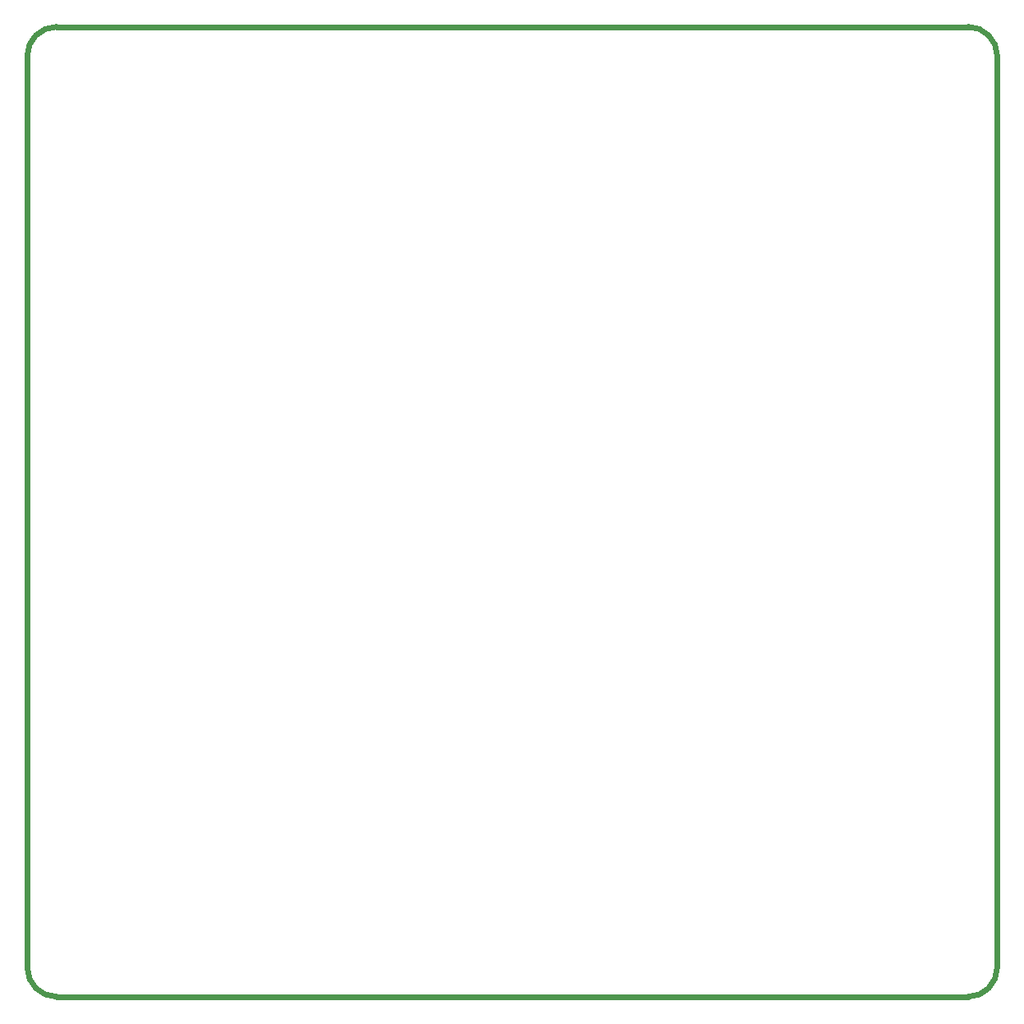
<source format=gbr>
G04 #@! TF.GenerationSoftware,KiCad,Pcbnew,5.1.5+dfsg1-2build2*
G04 #@! TF.CreationDate,2020-12-29T10:14:12-06:00*
G04 #@! TF.ProjectId,2060-ORIO2,32303630-2d4f-4524-994f-322e6b696361,rev?*
G04 #@! TF.SameCoordinates,Original*
G04 #@! TF.FileFunction,Profile,NP*
%FSLAX46Y46*%
G04 Gerber Fmt 4.6, Leading zero omitted, Abs format (unit mm)*
G04 Created by KiCad (PCBNEW 5.1.5+dfsg1-2build2) date 2020-12-29 10:14:12*
%MOMM*%
%LPD*%
G04 APERTURE LIST*
%ADD10C,0.600000*%
G04 APERTURE END LIST*
D10*
X172000000Y-139000000D02*
G75*
G02X169000000Y-142000000I-3000000J0D01*
G01*
X75000000Y-142000000D02*
G75*
G02X72000000Y-139000000I0J3000000D01*
G01*
X72000000Y-45000000D02*
G75*
G02X75000000Y-42000000I3000000J0D01*
G01*
X169000000Y-42000000D02*
G75*
G02X172000000Y-45000000I0J-3000000D01*
G01*
X72000000Y-139000000D02*
X72000000Y-45000000D01*
X169000000Y-142000000D02*
X75000000Y-142000000D01*
X172000000Y-45000000D02*
X172000000Y-139000000D01*
X75000000Y-42000000D02*
X169000000Y-42000000D01*
M02*

</source>
